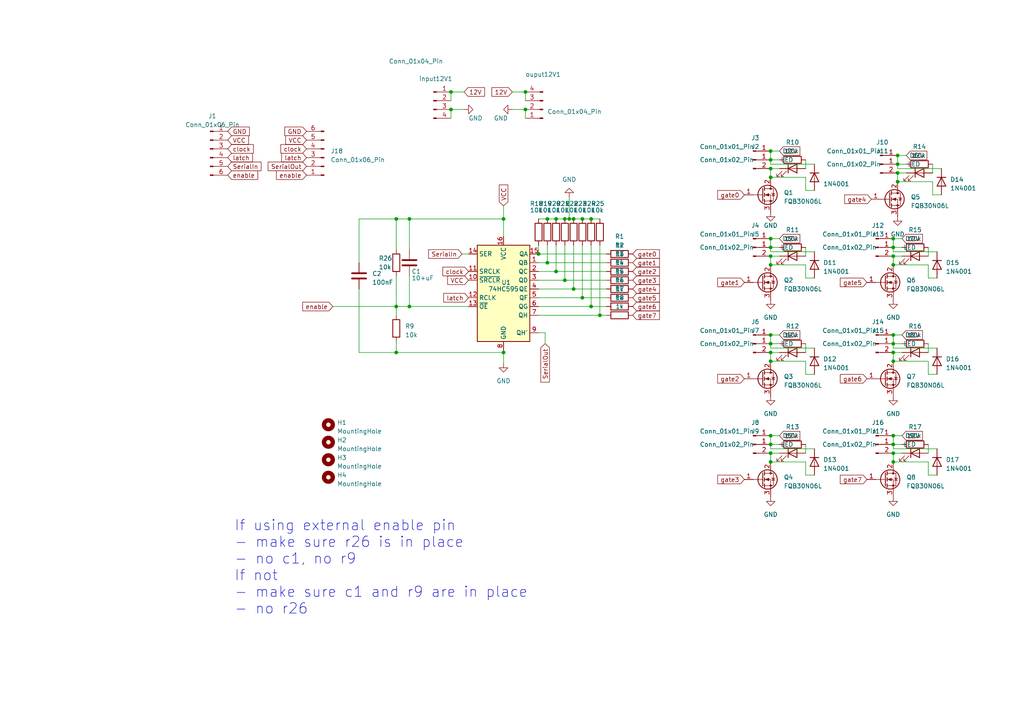
<source format=kicad_sch>
(kicad_sch (version 20230121) (generator eeschema)
  (paper "A4")
  (lib_symbols
    (symbol "74xx:74HC595"
      (property "Reference" "U" (at -7.62 13.97 0))
      (property "Value" "74HC595" (at -7.62 -16.51 0))
      (symbol "74HC595_1_0"
        (pin tri_state line (at 10.16 7.62 180) (length 2.54) (name "QB") (number "1"))
        (pin input line (at -10.16 2.54 0) (length 2.54) (name "~{SRCLR}") (number "10"))
        (pin input line (at -10.16 5.08 0) (length 2.54) (name "SRCLK") (number "11"))
        (pin input line (at -10.16 -2.54 0) (length 2.54) (name "RCLK") (number "12"))
        (pin input line (at -10.16 -5.08 0) (length 2.54) (name "~{OE}") (number "13"))
        (pin input line (at -10.16 10.16 0) (length 2.54) (name "SER") (number "14"))
        (pin tri_state line (at 10.16 10.16 180) (length 2.54) (name "QA") (number "15"))
        (pin power_in line (at 0 15.24 270) (length 2.54) (name "VCC") (number "16"))
        (pin tri_state line (at 10.16 5.08 180) (length 2.54) (name "QC") (number "2"))
        (pin tri_state line (at 10.16 2.54 180) (length 2.54) (name "QD") (number "3"))
        (pin tri_state line (at 10.16 0 180) (length 2.54) (name "QE") (number "4"))
        (pin tri_state line (at 10.16 -2.54 180) (length 2.54) (name "QF") (number "5"))
        (pin tri_state line (at 10.16 -5.08 180) (length 2.54) (name "QG") (number "6"))
        (pin tri_state line (at 10.16 -7.62 180) (length 2.54) (name "QH") (number "7"))
        (pin power_in line (at 0 -17.78 90) (length 2.54) (name "GND") (number "8"))
        (pin output line (at 10.16 -12.7 180) (length 2.54) (name "QH'") (number "9"))
      )
      (symbol "74HC595_1_1"
        (rectangle (start -7.62 12.7) (end 7.62 -15.24) (stroke (width 0.254)) (fill (type background)))
      )
    )
    (symbol "Connector:Conn_01x01_Pin" (pin_names (offset 1.016) hide)
      (property "Reference" "J" (at 0 2.54 0))
      (property "Value" "Conn_01x01_Pin" (at 0 -2.54 0))
      (symbol "Conn_01x01_Pin_1_1"
        (polyline (pts (xy 1.27 0) (xy 0.8636 0)) (stroke (width 0.1524)))
        (rectangle (start 0.8636 0.127) (end 0 -0.127) (stroke (width 0.1524)) (fill (type outline)))
        (pin passive line (at 5.08 0 180) (length 3.81) (name "Pin_1") (number "1"))
      )
    )
    (symbol "Connector:Conn_01x02_Pin" (pin_names (offset 1.016) hide)
      (property "Reference" "J" (at 0 2.54 0))
      (property "Value" "Conn_01x02_Pin" (at 0 -5.08 0))
      (symbol "Conn_01x02_Pin_1_1"
        (polyline (pts (xy 1.27 -2.54) (xy 0.8636 -2.54)) (stroke (width 0.1524)))
        (polyline (pts (xy 1.27 0) (xy 0.8636 0)) (stroke (width 0.1524)))
        (rectangle (start 0.8636 -2.413) (end 0 -2.667) (stroke (width 0.1524)) (fill (type outline)))
        (rectangle (start 0.8636 0.127) (end 0 -0.127) (stroke (width 0.1524)) (fill (type outline)))
        (pin passive line (at 5.08 0 180) (length 3.81) (name "Pin_1") (number "1"))
        (pin passive line (at 5.08 -2.54 180) (length 3.81) (name "Pin_2") (number "2"))
      )
    )
    (symbol "Connector:Conn_01x04_Pin" (pin_names (offset 1.016) hide)
      (property "Reference" "J" (at 0 5.08 0))
      (property "Value" "Conn_01x04_Pin" (at 0 -7.62 0))
      (symbol "Conn_01x04_Pin_1_1"
        (polyline (pts (xy 1.27 -5.08) (xy 0.8636 -5.08)) (stroke (width 0.1524)))
        (polyline (pts (xy 1.27 -2.54) (xy 0.8636 -2.54)) (stroke (width 0.1524)))
        (polyline (pts (xy 1.27 0) (xy 0.8636 0)) (stroke (width 0.1524)))
        (polyline (pts (xy 1.27 2.54) (xy 0.8636 2.54)) (stroke (width 0.1524)))
        (rectangle (start 0.8636 -4.953) (end 0 -5.207) (stroke (width 0.1524)) (fill (type outline)))
        (rectangle (start 0.8636 -2.413) (end 0 -2.667) (stroke (width 0.1524)) (fill (type outline)))
        (rectangle (start 0.8636 0.127) (end 0 -0.127) (stroke (width 0.1524)) (fill (type outline)))
        (rectangle (start 0.8636 2.667) (end 0 2.413) (stroke (width 0.1524)) (fill (type outline)))
        (pin passive line (at 5.08 2.54 180) (length 3.81) (name "Pin_1") (number "1"))
        (pin passive line (at 5.08 0 180) (length 3.81) (name "Pin_2") (number "2"))
        (pin passive line (at 5.08 -2.54 180) (length 3.81) (name "Pin_3") (number "3"))
        (pin passive line (at 5.08 -5.08 180) (length 3.81) (name "Pin_4") (number "4"))
      )
    )
    (symbol "Connector:Conn_01x06_Pin" (pin_names (offset 1.016) hide)
      (property "Reference" "J" (at 0 7.62 0))
      (property "Value" "Conn_01x06_Pin" (at 0 -10.16 0))
      (symbol "Conn_01x06_Pin_1_1"
        (polyline (pts (xy 1.27 -7.62) (xy 0.8636 -7.62)) (stroke (width 0.1524)))
        (polyline (pts (xy 1.27 -5.08) (xy 0.8636 -5.08)) (stroke (width 0.1524)))
        (polyline (pts (xy 1.27 -2.54) (xy 0.8636 -2.54)) (stroke (width 0.1524)))
        (polyline (pts (xy 1.27 0) (xy 0.8636 0)) (stroke (width 0.1524)))
        (polyline (pts (xy 1.27 2.54) (xy 0.8636 2.54)) (stroke (width 0.1524)))
        (polyline (pts (xy 1.27 5.08) (xy 0.8636 5.08)) (stroke (width 0.1524)))
        (rectangle (start 0.8636 -7.493) (end 0 -7.747) (stroke (width 0.1524)) (fill (type outline)))
        (rectangle (start 0.8636 -4.953) (end 0 -5.207) (stroke (width 0.1524)) (fill (type outline)))
        (rectangle (start 0.8636 -2.413) (end 0 -2.667) (stroke (width 0.1524)) (fill (type outline)))
        (rectangle (start 0.8636 0.127) (end 0 -0.127) (stroke (width 0.1524)) (fill (type outline)))
        (rectangle (start 0.8636 2.667) (end 0 2.413) (stroke (width 0.1524)) (fill (type outline)))
        (rectangle (start 0.8636 5.207) (end 0 4.953) (stroke (width 0.1524)) (fill (type outline)))
        (pin passive line (at 5.08 5.08 180) (length 3.81) (name "Pin_1") (number "1"))
        (pin passive line (at 5.08 2.54 180) (length 3.81) (name "Pin_2") (number "2"))
        (pin passive line (at 5.08 0 180) (length 3.81) (name "Pin_3") (number "3"))
        (pin passive line (at 5.08 -2.54 180) (length 3.81) (name "Pin_4") (number "4"))
        (pin passive line (at 5.08 -5.08 180) (length 3.81) (name "Pin_5") (number "5"))
        (pin passive line (at 5.08 -7.62 180) (length 3.81) (name "Pin_6") (number "6"))
      )
    )
    (symbol "Device:C" (pin_numbers hide) (pin_names (offset 0.254))
      (property "Reference" "C" (at 0.635 2.54 0))
      (property "Value" "C" (at 0.635 -2.54 0))
      (symbol "C_0_1"
        (polyline (pts (xy -2.032 -0.762) (xy 2.032 -0.762)) (stroke (width 0.508)))
        (polyline (pts (xy -2.032 0.762) (xy 2.032 0.762)) (stroke (width 0.508)))
      )
      (symbol "C_1_1"
        (pin passive line (at 0 3.81 270) (length 2.794) (name "~") (number "1"))
        (pin passive line (at 0 -3.81 90) (length 2.794) (name "~") (number "2"))
      )
    )
    (symbol "Device:LED" (pin_numbers hide) (pin_names (offset 1.016) hide)
      (property "Reference" "D" (at 0 2.54 0))
      (property "Value" "LED" (at 0 -2.54 0))
      (symbol "LED_0_1"
        (polyline (pts (xy -1.27 -1.27) (xy -1.27 1.27)) (stroke (width 0.254)))
        (polyline (pts (xy -1.27 0) (xy 1.27 0)))
        (polyline (pts (xy 1.27 -1.27) (xy 1.27 1.27) (xy -1.27 0) (xy 1.27 -1.27)) (stroke (width 0.254)))
        (polyline (pts (xy -3.048 -0.762) (xy -4.572 -2.286) (xy -3.81 -2.286) (xy -4.572 -2.286) (xy -4.572 -1.524)))
        (polyline (pts (xy -1.778 -0.762) (xy -3.302 -2.286) (xy -2.54 -2.286) (xy -3.302 -2.286) (xy -3.302 -1.524)))
      )
      (symbol "LED_1_1"
        (pin passive line (at -3.81 0 0) (length 2.54) (name "K") (number "1"))
        (pin passive line (at 3.81 0 180) (length 2.54) (name "A") (number "2"))
      )
    )
    (symbol "Device:R" (pin_numbers hide) (pin_names (offset 0))
      (property "Reference" "R" (at 2.032 0 90))
      (property "Value" "R" (at 0 0 90))
      (symbol "R_0_1"
        (rectangle (start -1.016 -2.54) (end 1.016 2.54) (stroke (width 0.254)))
      )
      (symbol "R_1_1"
        (pin passive line (at 0 3.81 270) (length 1.27) (name "~") (number "1"))
        (pin passive line (at 0 -3.81 90) (length 1.27) (name "~") (number "2"))
      )
    )
    (symbol "Diode:1N4001" (pin_numbers hide) (pin_names hide)
      (property "Reference" "D" (at 0 2.54 0))
      (property "Value" "1N4001" (at 0 -2.54 0))
      (symbol "1N4001_0_1"
        (polyline (pts (xy -1.27 1.27) (xy -1.27 -1.27)) (stroke (width 0.254)))
        (polyline (pts (xy 1.27 0) (xy -1.27 0)))
        (polyline (pts (xy 1.27 1.27) (xy 1.27 -1.27) (xy -1.27 0) (xy 1.27 1.27)) (stroke (width 0.254)))
      )
      (symbol "1N4001_1_1"
        (pin passive line (at -3.81 0 0) (length 2.54) (name "K") (number "1"))
        (pin passive line (at 3.81 0 180) (length 2.54) (name "A") (number "2"))
      )
    )
    (symbol "Mechanical:MountingHole" (pin_names (offset 1.016))
      (property "Reference" "H" (at 0 5.08 0))
      (property "Value" "MountingHole" (at 0 3.175 0))
      (symbol "MountingHole_0_1"
        (circle (center 0 0) (radius 1.27) (stroke (width 1.27)))
      )
    )
    (symbol "Transistor_FET:IRLB8721PBF" (pin_names hide)
      (property "Reference" "Q" (at 6.35 1.905 0))
      (property "Value" "IRLB8721PBF" (at 6.35 0 0))
      (symbol "IRLB8721PBF_0_1"
        (polyline (pts (xy 0.254 0) (xy -2.54 0)))
        (polyline (pts (xy 0.254 1.905) (xy 0.254 -1.905)) (stroke (width 0.254)))
        (polyline (pts (xy 0.762 -1.27) (xy 0.762 -2.286)) (stroke (width 0.254)))
        (polyline (pts (xy 0.762 0.508) (xy 0.762 -0.508)) (stroke (width 0.254)))
        (polyline (pts (xy 0.762 2.286) (xy 0.762 1.27)) (stroke (width 0.254)))
        (polyline (pts (xy 2.54 2.54) (xy 2.54 1.778)))
        (polyline (pts (xy 2.54 -2.54) (xy 2.54 0) (xy 0.762 0)))
        (polyline (pts (xy 0.762 -1.778) (xy 3.302 -1.778) (xy 3.302 1.778) (xy 0.762 1.778)))
        (polyline (pts (xy 1.016 0) (xy 2.032 0.381) (xy 2.032 -0.381) (xy 1.016 0)) (fill (type outline)))
        (polyline (pts (xy 2.794 0.508) (xy 2.921 0.381) (xy 3.683 0.381) (xy 3.81 0.254)))
        (polyline (pts (xy 3.302 0.381) (xy 2.921 -0.254) (xy 3.683 -0.254) (xy 3.302 0.381)))
        (circle (center 1.651 0) (radius 2.794) (stroke (width 0.254)))
        (circle (center 2.54 -1.778) (radius 0.254) (fill (type outline)))
        (circle (center 2.54 1.778) (radius 0.254) (fill (type outline)))
      )
      (symbol "IRLB8721PBF_1_1"
        (pin input line (at -5.08 0 0) (length 2.54) (name "G") (number "1"))
        (pin passive line (at 2.54 5.08 270) (length 2.54) (name "D") (number "2"))
        (pin passive line (at 2.54 -5.08 90) (length 2.54) (name "S") (number "3"))
      )
    )
    (symbol "power:GND" (power) (pin_names (offset 0))
      (property "Value" "GND" (at 0 -3.81 0))
      (symbol "GND_0_1"
        (polyline (pts (xy 0 0) (xy 0 -1.27) (xy 1.27 -1.27) (xy 0 -2.54) (xy -1.27 -1.27) (xy 0 -1.27)))
      )
      (symbol "GND_1_1"
        (pin power_in line (at 0 0 270) (length 0) hide (name "GND") (number "1"))
      )
    )
  )
  (junction (at 223.52 74.295))
  (junction (at 166.37 63.5))
  (junction (at 118.745 63.5))
  (junction (at 114.935 102.235))
  (junction (at 223.52 71.755))
  (junction (at 260.35 45.085))
  (junction (at 260.35 47.625))
  (junction (at 259.08 69.215))
  (junction (at 259.08 128.905))
  (junction (at 156.21 73.66))
  (junction (at 259.08 97.155))
  (junction (at 130.81 31.75))
  (junction (at 223.52 126.365))
  (junction (at 259.08 71.755))
  (junction (at 152.4 26.67))
  (junction (at 259.08 133.985))
  (junction (at 163.83 81.28))
  (junction (at 161.29 63.5))
  (junction (at 223.52 131.445))
  (junction (at 223.52 48.895))
  (junction (at 114.935 63.5))
  (junction (at 223.52 76.835))
  (junction (at 223.52 69.215))
  (junction (at 158.75 76.2))
  (junction (at 223.52 46.355))
  (junction (at 260.35 50.165))
  (junction (at 259.08 102.235))
  (junction (at 114.935 88.9))
  (junction (at 173.99 91.44))
  (junction (at 168.91 63.5))
  (junction (at 223.52 102.235))
  (junction (at 171.45 88.9))
  (junction (at 171.45 63.5))
  (junction (at 259.08 131.445))
  (junction (at 259.08 76.835))
  (junction (at 223.52 43.815))
  (junction (at 146.05 102.235))
  (junction (at 158.75 63.5))
  (junction (at 223.52 133.985))
  (junction (at 259.08 99.695))
  (junction (at 259.08 104.775))
  (junction (at 223.52 97.155))
  (junction (at 223.52 51.435))
  (junction (at 259.08 126.365))
  (junction (at 259.08 74.295))
  (junction (at 118.745 88.9))
  (junction (at 152.4 31.75))
  (junction (at 168.91 86.36))
  (junction (at 146.05 63.5))
  (junction (at 161.29 78.74))
  (junction (at 223.52 99.695))
  (junction (at 166.37 83.82))
  (junction (at 163.83 63.5))
  (junction (at 223.52 104.775))
  (junction (at 130.81 26.67))
  (junction (at 260.35 52.705))
  (junction (at 165.1 63.5))
  (junction (at 223.52 128.905))
  (wire (pts (xy 146.05 101.6) (xy 146.05 102.235)))
  (wire (pts (xy 269.24 133.985) (xy 259.08 133.985)))
  (wire (pts (xy 114.935 88.9) (xy 114.935 91.44)))
  (wire (pts (xy 259.08 102.235) (xy 259.08 104.775)))
  (wire (pts (xy 223.52 102.235) (xy 223.52 104.775)))
  (wire (pts (xy 259.08 97.155) (xy 259.08 99.695)))
  (wire (pts (xy 166.37 83.82) (xy 156.21 83.82)))
  (wire (pts (xy 114.935 80.01) (xy 114.935 88.9)))
  (wire (pts (xy 171.45 71.12) (xy 171.45 88.9)))
  (wire (pts (xy 270.51 56.515) (xy 270.51 52.705)))
  (wire (pts (xy 156.21 91.44) (xy 173.99 91.44)))
  (wire (pts (xy 233.68 128.905) (xy 233.68 131.445)))
  (wire (pts (xy 163.83 71.12) (xy 163.83 81.28)))
  (wire (pts (xy 223.52 46.355) (xy 223.52 47.625)))
  (wire (pts (xy 259.08 102.235) (xy 261.62 102.235)))
  (wire (pts (xy 223.52 99.695) (xy 226.06 99.695)))
  (wire (pts (xy 175.895 86.36) (xy 168.91 86.36)))
  (wire (pts (xy 223.52 99.695) (xy 223.52 100.965)))
  (wire (pts (xy 114.935 102.235) (xy 146.05 102.235)))
  (wire (pts (xy 260.35 45.085) (xy 262.89 45.085)))
  (wire (pts (xy 270.51 52.705) (xy 260.35 52.705)))
  (wire (pts (xy 260.35 47.625) (xy 260.35 48.895)))
  (wire (pts (xy 260.35 50.165) (xy 260.35 52.705)))
  (wire (pts (xy 259.08 126.365) (xy 261.62 126.365)))
  (wire (pts (xy 259.08 131.445) (xy 261.62 131.445)))
  (wire (pts (xy 223.52 97.155) (xy 223.52 99.695)))
  (wire (pts (xy 161.29 71.12) (xy 161.29 78.74)))
  (wire (pts (xy 165.1 63.5) (xy 166.37 63.5)))
  (wire (pts (xy 114.935 63.5) (xy 118.745 63.5)))
  (wire (pts (xy 114.935 88.9) (xy 118.745 88.9)))
  (wire (pts (xy 233.68 51.435) (xy 223.52 51.435)))
  (wire (pts (xy 233.68 55.245) (xy 233.68 51.435)))
  (wire (pts (xy 130.81 26.67) (xy 130.81 29.21)))
  (wire (pts (xy 233.68 76.835) (xy 223.52 76.835)))
  (wire (pts (xy 104.14 102.235) (xy 114.935 102.235)))
  (wire (pts (xy 236.22 108.585) (xy 233.68 108.585)))
  (wire (pts (xy 223.52 74.295) (xy 226.06 74.295)))
  (wire (pts (xy 269.24 99.695) (xy 269.24 102.235)))
  (wire (pts (xy 223.52 69.215) (xy 223.52 71.755)))
  (wire (pts (xy 271.78 80.645) (xy 269.24 80.645)))
  (wire (pts (xy 146.05 59.69) (xy 146.05 63.5)))
  (wire (pts (xy 236.22 55.245) (xy 233.68 55.245)))
  (wire (pts (xy 161.29 78.74) (xy 156.21 78.74)))
  (wire (pts (xy 171.45 63.5) (xy 173.99 63.5)))
  (wire (pts (xy 223.52 48.895) (xy 223.52 51.435)))
  (wire (pts (xy 223.52 43.815) (xy 226.06 43.815)))
  (wire (pts (xy 158.75 63.5) (xy 161.29 63.5)))
  (wire (pts (xy 223.52 73.025) (xy 236.22 73.025)))
  (wire (pts (xy 118.745 88.9) (xy 135.89 88.9)))
  (wire (pts (xy 223.52 97.155) (xy 226.06 97.155)))
  (wire (pts (xy 259.08 131.445) (xy 259.08 133.985)))
  (wire (pts (xy 259.08 74.295) (xy 261.62 74.295)))
  (wire (pts (xy 156.21 63.5) (xy 158.75 63.5)))
  (wire (pts (xy 104.14 83.82) (xy 104.14 102.235)))
  (wire (pts (xy 269.24 104.775) (xy 259.08 104.775)))
  (wire (pts (xy 165.1 57.15) (xy 165.1 63.5)))
  (wire (pts (xy 233.68 46.355) (xy 233.68 48.895)))
  (wire (pts (xy 114.935 63.5) (xy 114.935 72.39)))
  (wire (pts (xy 163.83 81.28) (xy 156.21 81.28)))
  (wire (pts (xy 156.21 71.12) (xy 156.21 73.66)))
  (wire (pts (xy 259.08 71.755) (xy 261.62 71.755)))
  (wire (pts (xy 114.935 99.06) (xy 114.935 102.235)))
  (wire (pts (xy 173.99 71.12) (xy 173.99 91.44)))
  (wire (pts (xy 259.08 99.695) (xy 259.08 100.965)))
  (wire (pts (xy 130.81 31.75) (xy 134.62 31.75)))
  (wire (pts (xy 233.68 99.695) (xy 233.68 102.235)))
  (wire (pts (xy 236.22 80.645) (xy 233.68 80.645)))
  (wire (pts (xy 173.99 91.44) (xy 175.895 91.44)))
  (wire (pts (xy 168.91 86.36) (xy 156.21 86.36)))
  (wire (pts (xy 118.745 63.5) (xy 118.745 72.39)))
  (wire (pts (xy 223.52 71.755) (xy 226.06 71.755)))
  (wire (pts (xy 270.51 47.625) (xy 270.51 50.165)))
  (wire (pts (xy 259.08 130.175) (xy 271.78 130.175)))
  (wire (pts (xy 269.24 108.585) (xy 269.24 104.775)))
  (wire (pts (xy 233.68 133.985) (xy 223.52 133.985)))
  (wire (pts (xy 175.895 73.66) (xy 156.21 73.66)))
  (wire (pts (xy 175.895 78.74) (xy 161.29 78.74)))
  (wire (pts (xy 260.35 47.625) (xy 262.89 47.625)))
  (wire (pts (xy 233.68 108.585) (xy 233.68 104.775)))
  (wire (pts (xy 223.52 47.625) (xy 236.22 47.625)))
  (wire (pts (xy 269.24 80.645) (xy 269.24 76.835)))
  (wire (pts (xy 152.4 26.67) (xy 152.4 29.21)))
  (wire (pts (xy 133.985 73.66) (xy 135.89 73.66)))
  (wire (pts (xy 233.68 71.755) (xy 233.68 74.295)))
  (wire (pts (xy 259.08 74.295) (xy 259.08 76.835)))
  (wire (pts (xy 168.91 63.5) (xy 171.45 63.5)))
  (wire (pts (xy 223.52 46.355) (xy 226.06 46.355)))
  (wire (pts (xy 259.08 126.365) (xy 259.08 128.905)))
  (wire (pts (xy 223.52 128.905) (xy 223.52 130.175)))
  (wire (pts (xy 161.29 63.5) (xy 163.83 63.5)))
  (wire (pts (xy 223.52 126.365) (xy 223.52 128.905)))
  (wire (pts (xy 175.895 76.2) (xy 158.75 76.2)))
  (wire (pts (xy 223.52 48.895) (xy 226.06 48.895)))
  (wire (pts (xy 259.08 128.905) (xy 259.08 130.175)))
  (wire (pts (xy 148.59 31.75) (xy 152.4 31.75)))
  (wire (pts (xy 223.52 100.965) (xy 236.22 100.965)))
  (wire (pts (xy 175.895 88.9) (xy 171.45 88.9)))
  (wire (pts (xy 146.05 68.58) (xy 146.05 63.5)))
  (wire (pts (xy 259.08 69.215) (xy 259.08 71.755)))
  (wire (pts (xy 223.52 128.905) (xy 226.06 128.905)))
  (wire (pts (xy 223.52 69.215) (xy 226.06 69.215)))
  (wire (pts (xy 148.59 26.67) (xy 152.4 26.67)))
  (wire (pts (xy 158.115 96.52) (xy 156.21 96.52)))
  (wire (pts (xy 271.78 108.585) (xy 269.24 108.585)))
  (wire (pts (xy 168.91 71.12) (xy 168.91 86.36)))
  (wire (pts (xy 260.35 50.165) (xy 262.89 50.165)))
  (wire (pts (xy 96.52 88.9) (xy 114.935 88.9)))
  (wire (pts (xy 118.745 63.5) (xy 146.05 63.5)))
  (wire (pts (xy 175.895 83.82) (xy 166.37 83.82)))
  (wire (pts (xy 259.08 99.695) (xy 261.62 99.695)))
  (wire (pts (xy 273.05 56.515) (xy 270.51 56.515)))
  (wire (pts (xy 259.08 97.155) (xy 261.62 97.155)))
  (wire (pts (xy 166.37 71.12) (xy 166.37 83.82)))
  (wire (pts (xy 259.08 128.905) (xy 261.62 128.905)))
  (wire (pts (xy 130.81 26.67) (xy 134.62 26.67)))
  (wire (pts (xy 259.08 71.755) (xy 259.08 73.025)))
  (wire (pts (xy 118.745 80.01) (xy 118.745 88.9)))
  (wire (pts (xy 233.68 80.645) (xy 233.68 76.835)))
  (wire (pts (xy 223.52 131.445) (xy 226.06 131.445)))
  (wire (pts (xy 236.22 137.795) (xy 233.68 137.795)))
  (wire (pts (xy 152.4 31.75) (xy 152.4 34.29)))
  (wire (pts (xy 175.895 81.28) (xy 163.83 81.28)))
  (wire (pts (xy 171.45 88.9) (xy 156.21 88.9)))
  (wire (pts (xy 223.52 126.365) (xy 226.06 126.365)))
  (wire (pts (xy 259.08 100.965) (xy 271.78 100.965)))
  (wire (pts (xy 269.24 71.755) (xy 269.24 74.295)))
  (wire (pts (xy 223.52 71.755) (xy 223.52 73.025)))
  (wire (pts (xy 223.52 130.175) (xy 236.22 130.175)))
  (wire (pts (xy 223.52 43.815) (xy 223.52 46.355)))
  (wire (pts (xy 259.08 69.215) (xy 261.62 69.215)))
  (wire (pts (xy 269.24 76.835) (xy 259.08 76.835)))
  (wire (pts (xy 260.35 45.085) (xy 260.35 47.625)))
  (wire (pts (xy 233.68 104.775) (xy 223.52 104.775)))
  (wire (pts (xy 259.08 73.025) (xy 271.78 73.025)))
  (wire (pts (xy 233.68 137.795) (xy 233.68 133.985)))
  (wire (pts (xy 269.24 128.905) (xy 269.24 131.445)))
  (wire (pts (xy 223.52 131.445) (xy 223.52 133.985)))
  (wire (pts (xy 223.52 74.295) (xy 223.52 76.835)))
  (wire (pts (xy 104.14 63.5) (xy 114.935 63.5)))
  (wire (pts (xy 260.35 48.895) (xy 273.05 48.895)))
  (wire (pts (xy 158.75 71.12) (xy 158.75 76.2)))
  (wire (pts (xy 146.05 102.235) (xy 146.05 105.41)))
  (wire (pts (xy 130.81 31.75) (xy 130.81 34.29)))
  (wire (pts (xy 166.37 63.5) (xy 168.91 63.5)))
  (wire (pts (xy 223.52 102.235) (xy 226.06 102.235)))
  (wire (pts (xy 158.115 99.695) (xy 158.115 96.52)))
  (wire (pts (xy 269.24 137.795) (xy 269.24 133.985)))
  (wire (pts (xy 104.14 76.2) (xy 104.14 63.5)))
  (wire (pts (xy 163.83 63.5) (xy 165.1 63.5)))
  (wire (pts (xy 271.78 137.795) (xy 269.24 137.795)))
  (wire (pts (xy 158.75 76.2) (xy 156.21 76.2)))
  (text "If using external enable pin\n- make sure r26 is in place\n- no c1, no r9\nIf not\n- make sure c1 and r9 are in place\n- no r26" (at 67.945 178.435 0) (effects (font (size 3 3)) (justify left bottom)))
  (global_label "12V" (shape input) (at 134.62 26.67 0) (property "Intersheetrefs" "${INTERSHEET_REFS}" (effects hide)))
  (global_label "GND" (shape input) (at 88.9 38.1 180) (property "Intersheetrefs" "${INTERSHEET_REFS}" (effects hide)))
  (global_label "VCC" (shape input) (at 146.05 59.69 90) (property "Intersheetrefs" "${INTERSHEET_REFS}" (effects hide)))
  (global_label "enable" (shape input) (at 96.52 88.9 180) (property "Intersheetrefs" "${INTERSHEET_REFS}" (effects hide)))
  (global_label "VCC" (shape input) (at 88.9 40.64 180) (property "Intersheetrefs" "${INTERSHEET_REFS}" (effects hide)))
  (global_label "latch" (shape input) (at 88.9 45.72 180) (property "Intersheetrefs" "${INTERSHEET_REFS}" (effects hide)))
  (global_label "gate3" (shape input) (at 183.515 81.28 0) (property "Intersheetrefs" "${INTERSHEET_REFS}" (effects hide)))
  (global_label "SerialIn" (shape input) (at 66.04 48.26 0) (property "Intersheetrefs" "${INTERSHEET_REFS}" (effects hide)))
  (global_label "gate3" (shape input) (at 215.9 139.065 180) (property "Intersheetrefs" "${INTERSHEET_REFS}" (effects hide)))
  (global_label "12V" (shape input) (at 261.62 69.215 0) (property "Intersheetrefs" "${INTERSHEET_REFS}" (effects hide)))
  (global_label "gate0" (shape input) (at 215.9 56.515 180) (property "Intersheetrefs" "${INTERSHEET_REFS}" (effects hide)))
  (global_label "12V" (shape input) (at 262.89 45.085 0) (property "Intersheetrefs" "${INTERSHEET_REFS}" (effects hide)))
  (global_label "12V" (shape input) (at 261.62 97.155 0) (property "Intersheetrefs" "${INTERSHEET_REFS}" (effects hide)))
  (global_label "12V" (shape input) (at 226.06 69.215 0) (property "Intersheetrefs" "${INTERSHEET_REFS}" (effects hide)))
  (global_label "12V" (shape input) (at 261.62 126.365 0) (property "Intersheetrefs" "${INTERSHEET_REFS}" (effects hide)))
  (global_label "VCC" (shape input) (at 66.04 40.64 0) (property "Intersheetrefs" "${INTERSHEET_REFS}" (effects hide)))
  (global_label "GND" (shape input) (at 66.04 38.1 0) (property "Intersheetrefs" "${INTERSHEET_REFS}" (effects hide)))
  (global_label "gate1" (shape input) (at 183.515 76.2 0) (property "Intersheetrefs" "${INTERSHEET_REFS}" (effects hide)))
  (global_label "clock" (shape input) (at 88.9 43.18 180) (property "Intersheetrefs" "${INTERSHEET_REFS}" (effects hide)))
  (global_label "clock" (shape input) (at 135.89 78.74 180) (property "Intersheetrefs" "${INTERSHEET_REFS}" (effects hide)))
  (global_label "12V" (shape input) (at 226.06 126.365 0) (property "Intersheetrefs" "${INTERSHEET_REFS}" (effects hide)))
  (global_label "gate1" (shape input) (at 215.9 81.915 180) (property "Intersheetrefs" "${INTERSHEET_REFS}" (effects hide)))
  (global_label "gate4" (shape input) (at 183.515 83.82 0) (property "Intersheetrefs" "${INTERSHEET_REFS}" (effects hide)))
  (global_label "gate0" (shape input) (at 183.515 73.66 0) (property "Intersheetrefs" "${INTERSHEET_REFS}" (effects hide)))
  (global_label "latch" (shape input) (at 135.89 86.36 180) (property "Intersheetrefs" "${INTERSHEET_REFS}" (effects hide)))
  (global_label "gate5" (shape input) (at 251.46 81.915 180) (property "Intersheetrefs" "${INTERSHEET_REFS}" (effects hide)))
  (global_label "enable" (shape input) (at 66.04 50.8 0) (property "Intersheetrefs" "${INTERSHEET_REFS}" (effects hide)))
  (global_label "gate6" (shape input) (at 251.46 109.855 180) (property "Intersheetrefs" "${INTERSHEET_REFS}" (effects hide)))
  (global_label "gate6" (shape input) (at 183.515 88.9 0) (property "Intersheetrefs" "${INTERSHEET_REFS}" (effects hide)))
  (global_label "gate5" (shape input) (at 183.515 86.36 0) (property "Intersheetrefs" "${INTERSHEET_REFS}" (effects hide)))
  (global_label "clock" (shape input) (at 66.04 43.18 0) (property "Intersheetrefs" "${INTERSHEET_REFS}" (effects hide)))
  (global_label "enable" (shape input) (at 88.9 50.8 180) (property "Intersheetrefs" "${INTERSHEET_REFS}" (effects hide)))
  (global_label "latch" (shape input) (at 66.04 45.72 0) (property "Intersheetrefs" "${INTERSHEET_REFS}" (effects hide)))
  (global_label "gate2" (shape input) (at 183.515 78.74 0) (property "Intersheetrefs" "${INTERSHEET_REFS}" (effects hide)))
  (global_label "12V" (shape input) (at 226.06 43.815 0) (property "Intersheetrefs" "${INTERSHEET_REFS}" (effects hide)))
  (global_label "gate4" (shape input) (at 252.73 57.785 180) (property "Intersheetrefs" "${INTERSHEET_REFS}" (effects hide)))
  (global_label "SerialOut" (shape input) (at 88.9 48.26 180) (property "Intersheetrefs" "${INTERSHEET_REFS}" (effects hide)))
  (global_label "VCC" (shape input) (at 135.89 81.28 180) (property "Intersheetrefs" "${INTERSHEET_REFS}" (effects hide)))
  (global_label "SerialOut" (shape input) (at 158.115 99.695 270) (property "Intersheetrefs" "${INTERSHEET_REFS}" (effects hide)))
  (global_label "gate7" (shape input) (at 251.46 139.065 180) (property "Intersheetrefs" "${INTERSHEET_REFS}" (effects hide)))
  (global_label "gate7" (shape input) (at 183.515 91.44 0) (property "Intersheetrefs" "${INTERSHEET_REFS}" (effects hide)))
  (global_label "12V" (shape input) (at 226.06 97.155 0) (property "Intersheetrefs" "${INTERSHEET_REFS}" (effects hide)))
  (global_label "gate2" (shape input) (at 215.9 109.855 180) (property "Intersheetrefs" "${INTERSHEET_REFS}" (effects hide)))
  (global_label "12V" (shape input) (at 148.59 26.67 180) (property "Intersheetrefs" "${INTERSHEET_REFS}" (effects hide)))
  (global_label "SerialIn" (shape input) (at 133.985 73.66 180) (property "Intersheetrefs" "${INTERSHEET_REFS}" (effects hide)))
  (symbol (lib_id "Device:R") (at 179.705 81.28 90) (unit 1)
    (property "Reference" "R4" (at 179.705 76.2 90))
    (property "Value" "1k" (at 179.705 78.74 90))
    (property "Footprint" "Resistor_SMD:R_0805_2012Metric_Pad1.20x1.40mm_HandSolder" (effects hide))
  )
  (symbol (lib_id "Connector:Conn_01x01_Pin") (at 255.27 45.085 0) (unit 1)
    (property "Reference" "J10" (at 255.905 41.275 0))
    (property "Value" "Conn_01x01_Pin" (at 247.65 43.815 0))
    (property "Footprint" "Connector_PinHeader_2.54mm:PinHeader_1x01_P2.54mm_Vertical" (effects hide))
  )
  (symbol (lib_id "Diode:1N4001") (at 271.78 133.985 270) (unit 1)
    (property "Reference" "D17" (at 274.32 133.35 90) (effects (justify left)))
    (property "Value" "1N4001" (at 274.32 135.89 90) (effects (justify left)))
    (property "Footprint" "Diode_SMD:D_SMA_Handsoldering" (effects hide))
    (property "Datasheet" "http://www.vishay.com/docs/88503/1n4001.pdf" (effects hide))
    (property "Sim.Device" "D" (effects hide))
    (property "Sim.Pins" "1=K 2=A" (effects hide))
  )
  (symbol (lib_id "Transistor_FET:IRLB8721PBF") (at 256.54 139.065 0) (unit 1)
    (property "Reference" "Q8" (at 262.89 138.43 0) (effects (justify left)))
    (property "Value" "FQB30N06L" (at 262.89 140.97 0) (effects (justify left)))
    (property "Footprint" "Package_TO_SOT_SMD:TO-263-2" (effects hide))
    (property "Datasheet" "https://www.mouser.com/datasheet/2/149/FQB30N06L-109873.pdf?srsltid=AfmBOoo0t1GGfo9IT-F1m0WNb-X2mDBhhkbbVPNmGqAFTqb7MahESRte" (effects hide))
  )
  (symbol (lib_id "Device:R") (at 265.43 71.755 90) (unit 1)
    (property "Reference" "R15" (at 265.43 66.675 90))
    (property "Value" "10k" (at 265.43 69.215 90))
    (property "Footprint" "Resistor_SMD:R_0805_2012Metric_Pad1.20x1.40mm_HandSolder" (effects hide))
  )
  (symbol (lib_id "Transistor_FET:IRLB8721PBF") (at 220.98 109.855 0) (unit 1)
    (property "Reference" "Q3" (at 227.33 109.22 0) (effects (justify left)))
    (property "Value" "FQB30N06L" (at 227.33 111.76 0) (effects (justify left)))
    (property "Footprint" "Package_TO_SOT_SMD:TO-263-2" (effects hide))
    (property "Datasheet" "https://www.mouser.com/datasheet/2/149/FQB30N06L-109873.pdf?srsltid=AfmBOoo0t1GGfo9IT-F1m0WNb-X2mDBhhkbbVPNmGqAFTqb7MahESRte" (effects hide))
  )
  (symbol (lib_id "Device:R") (at 171.45 67.31 0) (unit 1)
    (property "Reference" "R24" (at 168.91 59.055 0) (effects (justify left)))
    (property "Value" "10k" (at 168.91 60.96 0) (effects (justify left)))
    (property "Footprint" "Resistor_SMD:R_0805_2012Metric_Pad1.20x1.40mm_HandSolder" (effects hide))
  )
  (symbol (lib_id "Connector:Conn_01x06_Pin") (at 60.96 43.18 0) (unit 1)
    (property "Reference" "J1" (at 61.595 33.655 0))
    (property "Value" "Conn_01x06_Pin" (at 61.595 36.195 0))
    (property "Footprint" "Connector_PinHeader_2.54mm:PinHeader_1x06_P2.54mm_Vertical" (effects hide))
  )
  (symbol (lib_id "Connector:Conn_01x01_Pin") (at 218.44 43.815 0) (unit 1)
    (property "Reference" "J3" (at 219.075 40.005 0))
    (property "Value" "Conn_01x01_Pin" (at 210.82 42.545 0))
    (property "Footprint" "Connector_PinHeader_2.54mm:PinHeader_1x01_P2.54mm_Vertical" (effects hide))
  )
  (symbol (lib_id "power:GND") (at 148.59 31.75 270) (unit 1)
    (property "Reference" "#PWR010" (effects hide))
    (property "Value" "GND" (at 147.32 34.29 90) (effects (justify right)))
  )
  (symbol (lib_id "Connector:Conn_01x02_Pin") (at 255.27 47.625 0) (unit 1)
    (property "Reference" "J11" (at 255.905 43.815 0))
    (property "Value" "Conn_01x02_Pin" (at 247.65 47.625 0))
    (property "Footprint" "Connector_Molex:Molex_KK-254_AE-6410-02A_1x02_P2.54mm_Vertical" (effects hide))
  )
  (symbol (lib_id "Device:R") (at 179.705 76.2 90) (unit 1)
    (property "Reference" "R2" (at 179.705 71.12 90))
    (property "Value" "1k" (at 179.705 73.66 90))
    (property "Footprint" "Resistor_SMD:R_0805_2012Metric_Pad1.20x1.40mm_HandSolder" (effects hide))
  )
  (symbol (lib_id "Diode:1N4001") (at 236.22 51.435 270) (unit 1)
    (property "Reference" "D10" (effects hide))
    (property "Value" "1N4001" (at 238.76 53.34 90) (effects (justify left)))
    (property "Footprint" "Diode_SMD:D_SMA_Handsoldering" (effects hide))
    (property "Datasheet" "http://www.vishay.com/docs/88503/1n4001.pdf" (effects hide))
    (property "Sim.Device" "D" (effects hide))
    (property "Sim.Pins" "1=K 2=A" (effects hide))
  )
  (symbol (lib_id "Device:R") (at 229.87 46.355 90) (unit 1)
    (property "Reference" "R10" (at 229.87 41.275 90))
    (property "Value" "10k" (at 229.87 43.815 90))
    (property "Footprint" "Resistor_SMD:R_0805_2012Metric_Pad1.20x1.40mm_HandSolder" (effects hide))
  )
  (symbol (lib_id "Connector:Conn_01x02_Pin") (at 254 128.905 0) (unit 1)
    (property "Reference" "J17" (at 254.635 125.095 0))
    (property "Value" "Conn_01x02_Pin" (at 246.38 128.905 0))
    (property "Footprint" "Connector_Molex:Molex_KK-254_AE-6410-02A_1x02_P2.54mm_Vertical" (effects hide))
  )
  (symbol (lib_id "Device:R") (at 265.43 99.695 90) (unit 1)
    (property "Reference" "R16" (at 265.43 94.615 90))
    (property "Value" "10k" (at 265.43 97.155 90))
    (property "Footprint" "Resistor_SMD:R_0805_2012Metric_Pad1.20x1.40mm_HandSolder" (effects hide))
  )
  (symbol (lib_id "Transistor_FET:IRLB8721PBF") (at 220.98 56.515 0) (unit 1)
    (property "Reference" "Q1" (at 227.33 55.88 0) (effects (justify left)))
    (property "Value" "FQB30N06L" (at 227.33 58.42 0) (effects (justify left)))
    (property "Footprint" "Package_TO_SOT_SMD:TO-263-2" (effects hide))
    (property "Datasheet" "https://www.mouser.com/datasheet/2/149/FQB30N06L-109873.pdf?srsltid=AfmBOoo0t1GGfo9IT-F1m0WNb-X2mDBhhkbbVPNmGqAFTqb7MahESRte" (effects hide))
  )
  (symbol (lib_id "power:GND") (at 223.52 86.995 0) (unit 1)
    (property "Reference" "#PWR02" (effects hide))
    (property "Value" "GND" (at 223.52 92.075 0))
  )
  (symbol (lib_id "Transistor_FET:IRLB8721PBF") (at 256.54 109.855 0) (unit 1)
    (property "Reference" "Q7" (at 262.89 109.22 0) (effects (justify left)))
    (property "Value" "FQB30N06L" (at 262.89 111.76 0) (effects (justify left)))
    (property "Footprint" "Package_TO_SOT_SMD:TO-263-2" (effects hide))
    (property "Datasheet" "https://www.mouser.com/datasheet/2/149/FQB30N06L-109873.pdf?srsltid=AfmBOoo0t1GGfo9IT-F1m0WNb-X2mDBhhkbbVPNmGqAFTqb7MahESRte" (effects hide))
  )
  (symbol (lib_id "Connector:Conn_01x01_Pin") (at 254 69.215 0) (unit 1)
    (property "Reference" "J12" (at 254.635 65.405 0))
    (property "Value" "Conn_01x01_Pin" (at 246.38 67.945 0))
    (property "Footprint" "Connector_PinHeader_2.54mm:PinHeader_1x01_P2.54mm_Vertical" (effects hide))
  )
  (symbol (lib_id "Device:LED") (at 266.7 50.165 0) (unit 1)
    (property "Reference" "D6" (at 265.1125 45.085 0))
    (property "Value" "LED" (at 265.1125 47.625 0))
    (property "Footprint" "LED_SMD:LED_1206_3216Metric_Pad1.42x1.75mm_HandSolder" (effects hide))
  )
  (symbol (lib_id "power:GND") (at 259.08 144.145 0) (unit 1)
    (property "Reference" "#PWR08" (effects hide))
    (property "Value" "GND" (at 259.08 149.225 0))
  )
  (symbol (lib_id "Connector:Conn_01x02_Pin") (at 218.44 99.695 0) (unit 1)
    (property "Reference" "J7" (at 219.075 95.885 0))
    (property "Value" "Conn_01x02_Pin" (at 210.82 99.695 0))
    (property "Footprint" "Connector_Molex:Molex_KK-254_AE-6410-02A_1x02_P2.54mm_Vertical" (effects hide))
  )
  (symbol (lib_id "Connector:Conn_01x02_Pin") (at 218.44 71.755 0) (unit 1)
    (property "Reference" "J5" (at 219.075 67.945 0))
    (property "Value" "Conn_01x02_Pin" (at 210.82 71.755 0))
    (property "Footprint" "Connector_Molex:Molex_KK-254_AE-6410-02A_1x02_P2.54mm_Vertical" (effects hide))
  )
  (symbol (lib_id "Connector:Conn_01x02_Pin") (at 218.44 128.905 0) (unit 1)
    (property "Reference" "J9" (at 219.075 125.095 0))
    (property "Value" "Conn_01x02_Pin" (at 210.82 128.905 0))
    (property "Footprint" "Connector_Molex:Molex_KK-254_AE-6410-02A_1x02_P2.54mm_Vertical" (effects hide))
  )
  (symbol (lib_id "Mechanical:MountingHole") (at 95.25 133.35 0) (unit 1)
    (property "Reference" "H3" (at 97.79 132.715 0) (effects (justify left)))
    (property "Value" "MountingHole" (at 97.79 135.255 0) (effects (justify left)))
    (property "Footprint" "MountingHole:MountingHole_3.2mm_M3" (effects hide))
  )
  (symbol (lib_id "Device:R") (at 229.87 71.755 90) (unit 1)
    (property "Reference" "R11" (at 229.87 66.675 90))
    (property "Value" "10k" (at 229.87 69.215 90))
    (property "Footprint" "Resistor_SMD:R_0805_2012Metric_Pad1.20x1.40mm_HandSolder" (effects hide))
  )
  (symbol (lib_id "Diode:1N4001") (at 273.05 52.705 270) (unit 1)
    (property "Reference" "D14" (at 275.59 52.07 90) (effects (justify left)))
    (property "Value" "1N4001" (at 275.59 54.61 90) (effects (justify left)))
    (property "Footprint" "Diode_SMD:D_SMA_Handsoldering" (effects hide))
    (property "Datasheet" "http://www.vishay.com/docs/88503/1n4001.pdf" (effects hide))
    (property "Sim.Device" "D" (effects hide))
    (property "Sim.Pins" "1=K 2=A" (effects hide))
  )
  (symbol (lib_id "Diode:1N4001") (at 271.78 104.775 270) (unit 1)
    (property "Reference" "D16" (at 274.32 104.14 90) (effects (justify left)))
    (property "Value" "1N4001" (at 274.32 106.68 90) (effects (justify left)))
    (property "Footprint" "Diode_SMD:D_SMA_Handsoldering" (effects hide))
    (property "Datasheet" "http://www.vishay.com/docs/88503/1n4001.pdf" (effects hide))
    (property "Sim.Device" "D" (effects hide))
    (property "Sim.Pins" "1=K 2=A" (effects hide))
  )
  (symbol (lib_id "Diode:1N4001") (at 271.78 76.835 270) (unit 1)
    (property "Reference" "D15" (at 274.32 76.2 90) (effects (justify left)))
    (property "Value" "1N4001" (at 274.32 78.74 90) (effects (justify left)))
    (property "Footprint" "Diode_SMD:D_SMA_Handsoldering" (effects hide))
    (property "Datasheet" "http://www.vishay.com/docs/88503/1n4001.pdf" (effects hide))
    (property "Sim.Device" "D" (effects hide))
    (property "Sim.Pins" "1=K 2=A" (effects hide))
  )
  (symbol (lib_id "Connector:Conn_01x02_Pin") (at 218.44 46.355 0) (unit 1)
    (property "Reference" "J2" (at 219.075 42.545 0))
    (property "Value" "Conn_01x02_Pin" (at 210.82 46.355 0))
    (property "Footprint" "Connector_Molex:Molex_KK-254_AE-6410-02A_1x02_P2.54mm_Vertical" (effects hide))
  )
  (symbol (lib_id "Device:R") (at 229.87 99.695 90) (unit 1)
    (property "Reference" "R12" (at 229.87 94.615 90))
    (property "Value" "10k" (at 229.87 97.155 90))
    (property "Footprint" "Resistor_SMD:R_0805_2012Metric_Pad1.20x1.40mm_HandSolder" (effects hide))
  )
  (symbol (lib_id "Device:LED") (at 229.87 131.445 0) (unit 1)
    (property "Reference" "D5" (at 228.2825 126.365 0))
    (property "Value" "LED" (at 228.2825 128.905 0))
    (property "Footprint" "LED_SMD:LED_1206_3216Metric_Pad1.42x1.75mm_HandSolder" (effects hide))
  )
  (symbol (lib_id "Connector:Conn_01x02_Pin") (at 254 71.755 0) (unit 1)
    (property "Reference" "J13" (at 254.635 67.945 0))
    (property "Value" "Conn_01x02_Pin" (at 246.38 71.755 0))
    (property "Footprint" "Connector_Molex:Molex_KK-254_AE-6410-02A_1x02_P2.54mm_Vertical" (effects hide))
  )
  (symbol (lib_id "Device:R") (at 158.75 67.31 0) (unit 1)
    (property "Reference" "R19" (at 156.21 59.055 0) (effects (justify left)))
    (property "Value" "10k" (at 156.21 60.96 0) (effects (justify left)))
    (property "Footprint" "Resistor_SMD:R_0805_2012Metric_Pad1.20x1.40mm_HandSolder" (effects hide))
  )
  (symbol (lib_id "Device:R") (at 173.99 67.31 0) (unit 1)
    (property "Reference" "R25" (at 171.45 59.055 0) (effects (justify left)))
    (property "Value" "10k" (at 171.45 60.96 0) (effects (justify left)))
    (property "Footprint" "Resistor_SMD:R_0805_2012Metric_Pad1.20x1.40mm_HandSolder" (effects hide))
  )
  (symbol (lib_id "Device:C") (at 118.745 76.2 0) (unit 1)
    (property "Reference" "C1" (at 119.38 78.74 0) (effects (justify left)))
    (property "Value" "10+uF" (at 119.38 80.645 0) (effects (justify left)))
    (property "Footprint" "Capacitor_SMD:C_0805_2012Metric_Pad1.18x1.45mm_HandSolder" (effects hide))
  )
  (symbol (lib_id "power:GND") (at 134.62 31.75 90) (unit 1)
    (property "Reference" "#PWR09" (effects hide))
    (property "Value" "GND" (at 135.89 34.29 90) (effects (justify right)))
  )
  (symbol (lib_id "Transistor_FET:IRLB8721PBF") (at 220.98 139.065 0) (unit 1)
    (property "Reference" "Q4" (at 227.33 138.43 0) (effects (justify left)))
    (property "Value" "FQB30N06L" (at 227.33 140.97 0) (effects (justify left)))
    (property "Footprint" "Package_TO_SOT_SMD:TO-263-2" (effects hide))
    (property "Datasheet" "https://www.mouser.com/datasheet/2/149/FQB30N06L-109873.pdf?srsltid=AfmBOoo0t1GGfo9IT-F1m0WNb-X2mDBhhkbbVPNmGqAFTqb7MahESRte" (effects hide))
  )
  (symbol (lib_id "Mechanical:MountingHole") (at 95.25 123.19 0) (unit 1)
    (property "Reference" "H1" (at 97.79 122.555 0) (effects (justify left)))
    (property "Value" "MountingHole" (at 97.79 125.095 0) (effects (justify left)))
    (property "Footprint" "MountingHole:MountingHole_3.2mm_M3" (effects hide))
  )
  (symbol (lib_id "Device:R") (at 156.21 67.31 0) (unit 1)
    (property "Reference" "R18" (at 153.67 59.055 0) (effects (justify left)))
    (property "Value" "10k" (at 153.67 60.96 0) (effects (justify left)))
    (property "Footprint" "Resistor_SMD:R_0805_2012Metric_Pad1.20x1.40mm_HandSolder" (effects hide))
  )
  (symbol (lib_id "Device:R") (at 179.705 88.9 90) (unit 1)
    (property "Reference" "R7" (at 179.705 83.82 90))
    (property "Value" "1k" (at 179.705 86.36 90))
    (property "Footprint" "Resistor_SMD:R_0805_2012Metric_Pad1.20x1.40mm_HandSolder" (effects hide))
  )
  (symbol (lib_id "Connector:Conn_01x01_Pin") (at 254 126.365 0) (unit 1)
    (property "Reference" "J16" (at 254.635 122.555 0))
    (property "Value" "Conn_01x01_Pin" (at 246.38 125.095 0))
    (property "Footprint" "Connector_PinHeader_2.54mm:PinHeader_1x01_P2.54mm_Vertical" (effects hide))
  )
  (symbol (lib_id "power:GND") (at 259.08 86.995 0) (unit 1)
    (property "Reference" "#PWR06" (effects hide))
    (property "Value" "GND" (at 259.08 92.075 0))
  )
  (symbol (lib_id "Mechanical:MountingHole") (at 95.25 138.43 0) (unit 1)
    (property "Reference" "H4" (at 97.79 137.795 0) (effects (justify left)))
    (property "Value" "MountingHole" (at 97.79 140.335 0) (effects (justify left)))
    (property "Footprint" "MountingHole:MountingHole_3.2mm_M3" (effects hide))
  )
  (symbol (lib_id "Device:R") (at 179.705 78.74 90) (unit 1)
    (property "Reference" "R3" (at 179.705 73.66 90))
    (property "Value" "1k" (at 179.705 76.2 90))
    (property "Footprint" "Resistor_SMD:R_0805_2012Metric_Pad1.20x1.40mm_HandSolder" (effects hide))
  )
  (symbol (lib_id "Device:R") (at 265.43 128.905 90) (unit 1)
    (property "Reference" "R17" (at 265.43 123.825 90))
    (property "Value" "10k" (at 265.43 126.365 90))
    (property "Footprint" "Resistor_SMD:R_0805_2012Metric_Pad1.20x1.40mm_HandSolder" (effects hide))
  )
  (symbol (lib_id "Connector:Conn_01x04_Pin") (at 157.48 31.75 180) (unit 1)
    (property "Reference" "ouput12V1" (at 152.4 21.59 0) (effects (justify right)))
    (property "Value" "Conn_01x04_Pin" (at 158.75 32.385 0) (effects (justify right)))
    (property "Footprint" "Connector_PinHeader_2.54mm:PinHeader_1x04_P2.54mm_Vertical" (effects hide))
  )
  (symbol (lib_id "Device:R") (at 168.91 67.31 0) (unit 1)
    (property "Reference" "R23" (at 166.37 59.055 0) (effects (justify left)))
    (property "Value" "10k" (at 166.37 60.96 0) (effects (justify left)))
    (property "Footprint" "Resistor_SMD:R_0805_2012Metric_Pad1.20x1.40mm_HandSolder" (effects hide))
  )
  (symbol (lib_id "Transistor_FET:IRLB8721PBF") (at 220.98 81.915 0) (unit 1)
    (property "Reference" "Q2" (at 227.33 81.28 0) (effects (justify left)))
    (property "Value" "FQB30N06L" (at 227.33 83.82 0) (effects (justify left)))
    (property "Footprint" "Package_TO_SOT_SMD:TO-263-2" (effects hide))
    (property "Datasheet" "https://www.mouser.com/datasheet/2/149/FQB30N06L-109873.pdf?srsltid=AfmBOoo0t1GGfo9IT-F1m0WNb-X2mDBhhkbbVPNmGqAFTqb7MahESRte" (effects hide))
  )
  (symbol (lib_id "Transistor_FET:IRLB8721PBF") (at 257.81 57.785 0) (unit 1)
    (property "Reference" "Q5" (at 264.16 57.15 0) (effects (justify left)))
    (property "Value" "FQB30N06L" (at 264.16 59.69 0) (effects (justify left)))
    (property "Footprint" "Package_TO_SOT_SMD:TO-263-2" (effects hide))
    (property "Datasheet" "https://www.mouser.com/datasheet/2/149/FQB30N06L-109873.pdf?srsltid=AfmBOoo0t1GGfo9IT-F1m0WNb-X2mDBhhkbbVPNmGqAFTqb7MahESRte" (effects hide))
  )
  (symbol (lib_id "Diode:1N4001") (at 236.22 133.985 270) (unit 1)
    (property "Reference" "D13" (at 238.76 133.35 90) (effects (justify left)))
    (property "Value" "1N4001" (at 238.76 135.89 90) (effects (justify left)))
    (property "Footprint" "Diode_SMD:D_SMA_Handsoldering" (effects hide))
    (property "Datasheet" "http://www.vishay.com/docs/88503/1n4001.pdf" (effects hide))
    (property "Sim.Device" "D" (effects hide))
    (property "Sim.Pins" "1=K 2=A" (effects hide))
  )
  (symbol (lib_id "Connector:Conn_01x04_Pin") (at 125.73 29.21 0) (unit 1)
    (property "Reference" "input12V1" (at 126.365 22.86 0))
    (property "Value" "Conn_01x04_Pin" (at 120.65 17.78 0))
    (property "Footprint" "Connector_PinHeader_2.54mm:PinHeader_1x04_P2.54mm_Vertical" (effects hide))
  )
  (symbol (lib_id "Device:C") (at 104.14 80.01 0) (unit 1)
    (property "Reference" "C2" (at 107.95 79.375 0) (effects (justify left)))
    (property "Value" "100nF" (at 107.95 81.915 0) (effects (justify left)))
    (property "Footprint" "Capacitor_SMD:C_0805_2012Metric_Pad1.18x1.45mm_HandSolder" (effects hide))
  )
  (symbol (lib_id "Device:R") (at 114.935 76.2 0) (unit 1)
    (property "Reference" "R26" (at 109.855 74.93 0) (effects (justify left)))
    (property "Value" "10k" (at 109.855 77.47 0) (effects (justify left)))
    (property "Footprint" "Resistor_SMD:R_0805_2012Metric_Pad1.20x1.40mm_HandSolder" (effects hide))
  )
  (symbol (lib_id "power:GND") (at 223.52 61.595 0) (unit 1)
    (property "Reference" "#PWR01" (effects hide))
    (property "Value" "GND" (at 223.52 65.405 0))
  )
  (symbol (lib_id "Device:LED") (at 265.43 102.235 0) (unit 1)
    (property "Reference" "D8" (at 263.8425 97.155 0))
    (property "Value" "LED" (at 263.8425 99.695 0))
    (property "Footprint" "LED_SMD:LED_1206_3216Metric_Pad1.42x1.75mm_HandSolder" (effects hide))
  )
  (symbol (lib_id "power:GND") (at 165.1 57.15 0) (mirror x) (unit 1)
    (property "Reference" "#PWR012" (effects hide))
    (property "Value" "GND" (at 165.1 52.07 0))
  )
  (symbol (lib_id "power:GND") (at 259.08 114.935 0) (unit 1)
    (property "Reference" "#PWR07" (effects hide))
    (property "Value" "GND" (at 259.08 120.015 0))
  )
  (symbol (lib_id "Device:R") (at 179.705 83.82 90) (unit 1)
    (property "Reference" "R5" (at 179.705 78.74 90))
    (property "Value" "1k" (at 179.705 81.28 90))
    (property "Footprint" "Resistor_SMD:R_0805_2012Metric_Pad1.20x1.40mm_HandSolder" (effects hide))
  )
  (symbol (lib_id "power:GND") (at 223.52 144.145 0) (unit 1)
    (property "Reference" "#PWR04" (effects hide))
    (property "Value" "GND" (at 223.52 149.225 0))
  )
  (symbol (lib_id "Connector:Conn_01x06_Pin") (at 93.98 45.72 180) (unit 1)
    (property "Reference" "J18" (at 95.885 43.815 0) (effects (justify right)))
    (property "Value" "Conn_01x06_Pin" (at 95.885 46.355 0) (effects (justify right)))
    (property "Footprint" "Connector_PinHeader_2.54mm:PinHeader_1x06_P2.54mm_Vertical" (effects hide))
  )
  (symbol (lib_id "Device:R") (at 179.705 73.66 90) (unit 1)
    (property "Reference" "R1" (at 179.705 68.58 90))
    (property "Value" "1k" (at 179.705 71.12 90))
    (property "Footprint" "Resistor_SMD:R_0805_2012Metric_Pad1.20x1.40mm_HandSolder" (effects hide))
  )
  (symbol (lib_id "Device:R") (at 266.7 47.625 90) (unit 1)
    (property "Reference" "R14" (at 266.7 42.545 90))
    (property "Value" "10k" (at 266.7 45.085 90))
    (property "Footprint" "Resistor_SMD:R_0805_2012Metric_Pad1.20x1.40mm_HandSolder" (effects hide))
  )
  (symbol (lib_id "Device:R") (at 229.87 128.905 90) (unit 1)
    (property "Reference" "R13" (at 229.87 123.825 90))
    (property "Value" "10k" (at 229.87 126.365 90))
    (property "Footprint" "Resistor_SMD:R_0805_2012Metric_Pad1.20x1.40mm_HandSolder" (effects hide))
  )
  (symbol (lib_id "Device:R") (at 166.37 67.31 0) (unit 1)
    (property "Reference" "R22" (at 163.83 59.055 0) (effects (justify left)))
    (property "Value" "10k" (at 163.83 60.96 0) (effects (justify left)))
    (property "Footprint" "Resistor_SMD:R_0805_2012Metric_Pad1.20x1.40mm_HandSolder" (effects hide))
  )
  (symbol (lib_id "Mechanical:MountingHole") (at 95.25 128.27 0) (unit 1)
    (property "Reference" "H2" (at 97.79 127.635 0) (effects (justify left)))
    (property "Value" "MountingHole" (at 97.79 130.175 0) (effects (justify left)))
    (property "Footprint" "MountingHole:MountingHole_3.2mm_M3" (effects hide))
  )
  (symbol (lib_id "74xx:74HC595") (at 146.05 83.82 0) (unit 1)
    (property "Reference" "U1" (at 145.415 81.915 0) (effects (justify left)))
    (property "Value" "74HC595" (at 141.605 83.82 0) (effects (justify left)))
    (property "Footprint" "Package_SO:SOIC-16_3.9x9.9mm_P1.27mm" (effects hide))
    (property "Datasheet" "http://www.ti.com/lit/ds/symlink/sn74hc595.pdf" (effects hide))
  )
  (symbol (lib_id "power:GND") (at 223.52 114.935 0) (unit 1)
    (property "Reference" "#PWR03" (effects hide))
    (property "Value" "GND" (at 223.52 120.015 0))
  )
  (symbol (lib_id "Device:LED") (at 229.87 102.235 0) (unit 1)
    (property "Reference" "D4" (at 228.2825 97.155 0))
    (property "Value" "LED" (at 228.2825 99.695 0))
    (property "Footprint" "LED_SMD:LED_1206_3216Metric_Pad1.42x1.75mm_HandSolder" (effects hide))
  )
  (symbol (lib_id "Connector:Conn_01x01_Pin") (at 218.44 97.155 0) (unit 1)
    (property "Reference" "J6" (at 219.075 93.345 0))
    (property "Value" "Conn_01x01_Pin" (at 210.82 95.885 0))
    (property "Footprint" "Connector_PinHeader_2.54mm:PinHeader_1x01_P2.54mm_Vertical" (effects hide))
  )
  (symbol (lib_id "power:GND") (at 260.35 62.865 0) (unit 1)
    (property "Reference" "#PWR05" (effects hide))
    (property "Value" "GND" (at 260.35 67.945 0))
  )
  (symbol (lib_id "Diode:1N4001") (at 236.22 104.775 270) (unit 1)
    (property "Reference" "D12" (at 238.76 104.14 90) (effects (justify left)))
    (property "Value" "1N4001" (at 238.76 106.68 90) (effects (justify left)))
    (property "Footprint" "Diode_SMD:D_SMA_Handsoldering" (effects hide))
    (property "Datasheet" "http://www.vishay.com/docs/88503/1n4001.pdf" (effects hide))
    (property "Sim.Device" "D" (effects hide))
    (property "Sim.Pins" "1=K 2=A" (effects hide))
  )
  (symbol (lib_id "Device:R") (at 163.83 67.31 0) (unit 1)
    (property "Reference" "R21" (at 161.29 59.055 0) (effects (justify left)))
    (property "Value" "10k" (at 161.29 60.96 0) (effects (justify left)))
    (property "Footprint" "Resistor_SMD:R_0805_2012Metric_Pad1.20x1.40mm_HandSolder" (effects hide))
  )
  (symbol (lib_id "Device:R") (at 161.29 67.31 0) (unit 1)
    (property "Reference" "R20" (at 158.75 59.055 0) (effects (justify left)))
    (property "Value" "10k" (at 158.75 60.96 0) (effects (justify left)))
    (property "Footprint" "Resistor_SMD:R_0805_2012Metric_Pad1.20x1.40mm_HandSolder" (effects hide))
  )
  (symbol (lib_id "Connector:Conn_01x01_Pin") (at 254 97.155 0) (unit 1)
    (property "Reference" "J14" (at 254.635 93.345 0))
    (property "Value" "Conn_01x01_Pin" (at 246.38 95.885 0))
    (property "Footprint" "Connector_PinHeader_2.54mm:PinHeader_1x01_P2.54mm_Vertical" (effects hide))
  )
  (symbol (lib_id "Connector:Conn_01x01_Pin") (at 218.44 126.365 0) (unit 1)
    (property "Reference" "J8" (at 219.075 122.555 0))
    (property "Value" "Conn_01x01_Pin" (at 210.82 125.095 0))
    (property "Footprint" "Connector_PinHeader_2.54mm:PinHeader_1x01_P2.54mm_Vertical" (effects hide))
  )
  (symbol (lib_id "Diode:1N4001") (at 236.22 76.835 270) (unit 1)
    (property "Reference" "D11" (at 238.76 76.2 90) (effects (justify left)))
    (property "Value" "1N4001" (at 238.76 78.74 90) (effects (justify left)))
    (property "Footprint" "Diode_SMD:D_SMA_Handsoldering" (effects hide))
    (property "Datasheet" "http://www.vishay.com/docs/88503/1n4001.pdf" (effects hide))
    (property "Sim.Device" "D" (effects hide))
    (property "Sim.Pins" "1=K 2=A" (effects hide))
  )
  (symbol (lib_id "Device:LED") (at 265.43 74.295 0) (unit 1)
    (property "Reference" "D7" (at 263.8425 69.215 0))
    (property "Value" "LED" (at 263.8425 71.755 0))
    (property "Footprint" "LED_SMD:LED_1206_3216Metric_Pad1.42x1.75mm_HandSolder" (effects hide))
  )
  (symbol (lib_id "Device:LED") (at 265.43 131.445 0) (unit 1)
    (property "Reference" "D9" (at 263.8425 126.365 0))
    (property "Value" "LED" (at 263.8425 128.905 0))
    (property "Footprint" "LED_SMD:LED_1206_3216Metric_Pad1.42x1.75mm_HandSolder" (effects hide))
  )
  (symbol (lib_id "Device:R") (at 179.705 91.44 90) (unit 1)
    (property "Reference" "R8" (at 179.705 86.36 90))
    (property "Value" "1k" (at 179.705 88.9 90))
    (property "Footprint" "Resistor_SMD:R_0805_2012Metric_Pad1.20x1.40mm_HandSolder" (effects hide))
  )
  (symbol (lib_id "Device:LED") (at 229.87 48.895 0) (unit 1)
    (property "Reference" "D2" (at 228.2825 43.815 0))
    (property "Value" "LED" (at 228.2825 46.355 0))
    (property "Footprint" "LED_SMD:LED_1206_3216Metric_Pad1.42x1.75mm_HandSolder" (effects hide))
  )
  (symbol (lib_id "Connector:Conn_01x01_Pin") (at 218.44 69.215 0) (unit 1)
    (property "Reference" "J4" (at 219.075 65.405 0))
    (property "Value" "Conn_01x01_Pin" (at 210.82 67.945 0))
    (property "Footprint" "Connector_PinHeader_2.54mm:PinHeader_1x01_P2.54mm_Vertical" (effects hide))
  )
  (symbol (lib_id "power:GND") (at 146.05 105.41 0) (mirror y) (unit 1)
    (property "Reference" "#PWR011" (effects hide))
    (property "Value" "GND" (at 146.05 110.49 0))
  )
  (symbol (lib_id "Device:R") (at 114.935 95.25 180) (unit 1)
    (property "Reference" "R9" (at 117.475 94.615 0) (effects (justify right)))
    (property "Value" "10k" (at 117.475 97.155 0) (effects (justify right)))
    (property "Footprint" "Resistor_SMD:R_0805_2012Metric_Pad1.20x1.40mm_HandSolder" (effects hide))
  )
  (symbol (lib_id "Device:LED") (at 229.87 74.295 0) (unit 1)
    (property "Reference" "D3" (at 228.2825 69.215 0))
    (property "Value" "LED" (at 228.2825 71.755 0))
    (property "Footprint" "LED_SMD:LED_1206_3216Metric_Pad1.42x1.75mm_HandSolder" (effects hide))
  )
  (symbol (lib_id "Device:R") (at 179.705 86.36 90) (unit 1)
    (property "Reference" "R6" (at 179.705 81.28 90))
    (property "Value" "1k" (at 179.705 83.82 90))
    (property "Footprint" "Resistor_SMD:R_0805_2012Metric_Pad1.20x1.40mm_HandSolder" (effects hide))
  )
  (symbol (lib_id "Transistor_FET:IRLB8721PBF") (at 256.54 81.915 0) (unit 1)
    (property "Reference" "Q6" (at 262.89 81.28 0) (effects (justify left)))
    (property "Value" "FQB30N06L" (at 262.89 83.82 0) (effects (justify left)))
    (property "Footprint" "Package_TO_SOT_SMD:TO-263-2" (effects hide))
    (property "Datasheet" "https://www.mouser.com/datasheet/2/149/FQB30N06L-109873.pdf?srsltid=AfmBOoo0t1GGfo9IT-F1m0WNb-X2mDBhhkbbVPNmGqAFTqb7MahESRte" (effects hide))
  )
  (symbol (lib_id "Connector:Conn_01x02_Pin") (at 254 99.695 0) (unit 1)
    (property "Reference" "J15" (at 254.635 95.885 0))
    (property "Value" "Conn_01x02_Pin" (at 246.38 99.695 0))
    (property "Footprint" "Connector_Molex:Molex_KK-254_AE-6410-02A_1x02_P2.54mm_Vertical" (effects hide))
  )
)
</source>
